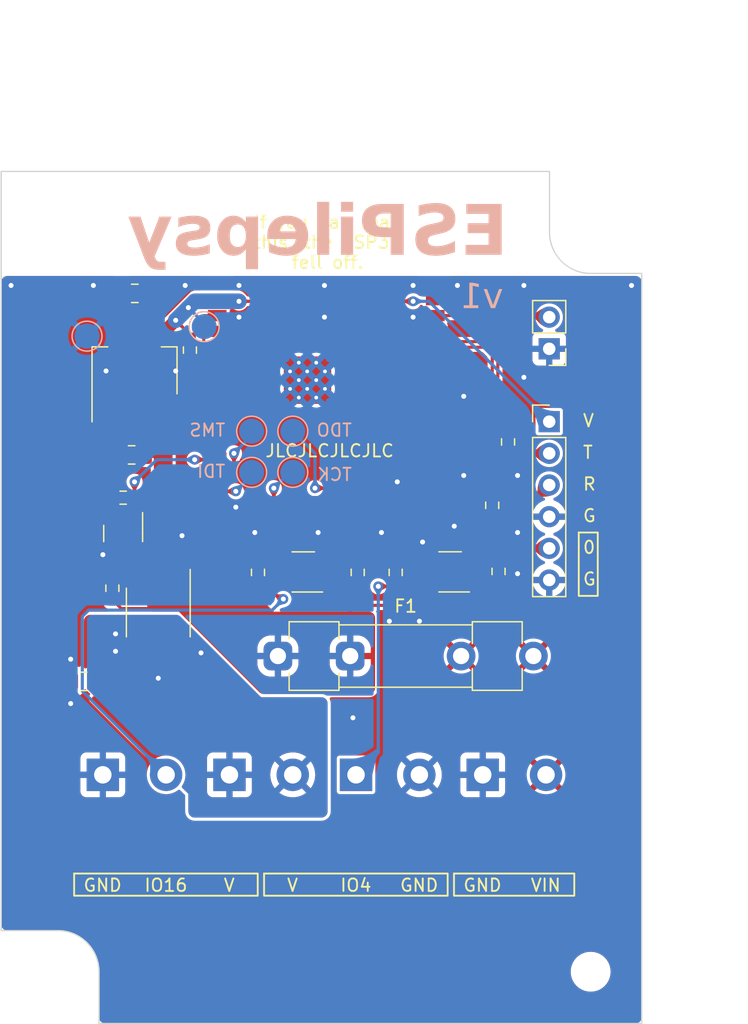
<source format=kicad_pcb>
(kicad_pcb (version 20221018) (generator pcbnew)
  (layers (0 "F.Cu" signal) (31 "B.Cu" signal) (34 "B.Paste" user) (35 "F.Paste" user) (36 "B.SilkS" user "B.Silkscreen") (37 "F.SilkS" user "F.Silkscreen") (38 "B.Mask" user) (39 "F.Mask" user) (44 "Edge.Cuts" user))
  (net 0 "")
  (net 1 "+3.3V")
  (net 2 "/TMS")
  (net 3 "GND")
  (net 4 "/TCK")
  (net 5 "/TDO")
  (net 6 "/TDI")
  (net 7 "/EN")
  (net 8 "+5V")
  (net 9 "/BTN_1")
  (net 10 "/IO0")
  (net 11 "/LED_POWER")
  (net 14 "/UART_TX")
  (net 15 "/UART_RX")
  (net 16 "/LED_5V")
  (net 17 "/LED_DATA_0_OUT")
  (net 18 "Net-(R6-Pad1)")
  (net 19 "/LED_DATA_1_OUT")
  (net 20 "/LED_DATA_0")
  (net 21 "Net-(R7-Pad1)")
  (net 22 "Net-(R8-Pad1)")
  (net 23 "Net-(R9-Pad1)")
  (net 24 "/LED_DATA_1")
  (net 25 "/VIN")
  (net 26 "Net-(Q1-D)")
  (net 27 "Net-(U3-RXD0{slash}IO3)")
  (net 28 "Net-(U3-TXD0{slash}IO1)")
  (footprint "Package_TO_SOT_SMD:SOT-23" (layer "F.Cu") (at 56.2375 78.0565 -90)
    (fp_text reference "Q1" hide)
    (fp_text value "BSS138" hide)
    (fp_line (start 0 -1.56) (end -1.675 -1.56) (stroke (width 0.12)) (layer "F.SilkS"))
    (fp_line (start 0 -1.56) (end 0.65 -1.56) (stroke (width 0.12)) (layer "F.SilkS"))
    (fp_line (start 0 1.56) (end -0.65 1.56) (stroke (width 0.12)) (layer "F.SilkS"))
    (fp_line (start 0 1.56) (end 0.65 1.56) (stroke (width 0.12)) (layer "F.SilkS"))
    (pad "1" smd roundrect (at -0.9375 -0.95 270) (size 1.475 0.6) (layers "F.Cu" "F.Paste" "F.Mask") (net 11 "/LED_POWER"))
    (pad "2" smd roundrect (at -0.9375 0.95 270) (size 1.475 0.6) (layers "F.Cu" "F.Paste" "F.Mask") (net 3 "GND"))
    (pad "3" smd roundrect (at 0.9375 0 270) (size 1.475 0.6) (layers "F.Cu" "F.Paste" "F.Mask") (net 26 "Net-(Q1-D)"))
  )
  (footprint "Fuse:Fuseholder_Clip-5x20mm_Littelfuse_520_Inline_P20.50x5.80mm_D1.30mm_Horizontal" (layer "F.Cu") (at 68.655 87.884)
    (fp_text reference "F1" (at 10.25 -4) (layer "F.SilkS"))
    (fp_text value "Fuse_Small")
    (fp_line (start 0.9 -2.75) (end 0.9 -1.4) (stroke (width 0.12)) (layer "F.SilkS"))
    (fp_line (start 0.9 2.75) (end 0.9 1.4) (stroke (width 0.12)) (layer "F.SilkS"))
    (fp_line (start 4.9 -2.75) (end 0.9 -2.75) (stroke (width 0.12)) (layer "F.SilkS"))
    (fp_line (start 4.9 -2.75) (end 4.9 -1.4) (stroke (width 0.12)) (layer "F.SilkS"))
    (fp_line (start 4.9 2.75) (end 0.9 2.75) (stroke (width 0.12)) (layer "F.SilkS"))
    (fp_line (start 4.9 2.75) (end 4.9 1.4) (stroke (width 0.12)) (layer "F.SilkS"))
    (fp_line (start 15.6 -2.75) (end 15.6 -1) (stroke (width 0.12)) (layer "F.SilkS"))
    (fp_line (start 15.6 -2.5) (end 4.9 -2.5) (stroke (width 0.12)) (layer "F.SilkS"))
    (fp_line (start 15.6 2.5) (end 4.9 2.5) (stroke (width 0.12)) (layer "F.SilkS"))
    (fp_line (start 15.6 2.75) (end 15.6 1) (stroke (width 0.12)) (layer "F.SilkS"))
    (fp_line (start 15.6 2.75) (end 19.6 2.75) (stroke (width 0.12)) (layer "F.SilkS"))
    (fp_line (start 19.6 -2.75) (end 15.6 -2.75) (stroke (width 0.12)) (layer "F.SilkS"))
    (fp_line (start 19.6 -1) (end 19.6 -2.75) (stroke (width 0.12)) (layer "F.SilkS"))
    (fp_line (start 19.6 1) (end 19.6 2.75) (stroke (width 0.12)) (layer "F.SilkS"))
    (pad "1" thru_hole roundrect (at 0 0) (size 2.3 2.3) (drill 1.3) (layers "*.Cu" "*.Mask") (net 8 "+5V"))
    (pad "1" thru_hole roundrect (at 5.8 0) (size 2.3 2.3) (drill 1.3) (layers "*.Cu" "*.Mask") (net 8 "+5V"))
    (pad "2" thru_hole circle (at 14.7 0) (size 2.3 2.3) (drill 1.3) (layers "*.Cu" "*.Mask") (net 25 "/VIN"))
    (pad "2" thru_hole circle (at 20.5 0) (size 2.3 2.3) (drill 1.3) (layers "*.Cu" "*.Mask") (net 25 "/VIN"))
  )
  (footprint "Library:TerminalBlock_MetzConnect_Type073_RT02602HBLU_1x02_P5.08mm_Horizontal_mod" (layer "F.Cu") (at 64.765 97.409)
    (fp_text reference "J3" hide)
    (fp_text value "Screw_Terminal_01x02")
    (pad "1" thru_hole rect (at 0 0) (size 2.6 2.6) (drill 1.4) (layers "*.Cu" "*.Mask") (net 16 "/LED_5V"))
    (pad "2" thru_hole circle (at 5.08 0) (size 2.6 2.6) (drill 1.4) (layers "*.Cu" "*.Mask") (net 16 "/LED_5V"))
  )
  (footprint "Resistor_SMD:R_0603_1608Metric_Pad0.98x0.95mm_HandSolder" (layer "F.Cu") (at 86.36 81.0965 90)
    (fp_text reference "R9" hide)
    (fp_text value "10k" hide)
    (fp_line (start -0.254724 -0.5225) (end 0.254724 -0.5225) (stroke (width 0.12)) (layer "F.SilkS"))
    (fp_line (start -0.254724 0.5225) (end 0.254724 0.5225) (stroke (width 0.12)) (layer "F.SilkS"))
    (pad "1" smd roundrect (at -0.9125 0 90) (size 0.975 0.95) (layers "F.Cu" "F.Paste" "F.Mask") (net 23 "Net-(R9-Pad1)"))
    (pad "2" smd roundrect (at 0.9125 0 90) (size 0.975 0.95) (layers "F.Cu" "F.Paste" "F.Mask") (net 3 "GND"))
  )
  (footprint "Library:TerminalBlock_MetzConnect_Type073_RT02602HBLU_1x02_P5.08mm_Horizontal_mod" (layer "F.Cu") (at 54.605 97.409)
    (fp_text reference "J2" hide)
    (fp_text value "Screw_Terminal_01x02")
    (pad "1" thru_hole rect (at 0 0) (size 2.6 2.6) (drill 1.4) (layers "*.Cu" "*.Mask") (net 3 "GND"))
    (pad "2" thru_hole circle (at 5.08 0) (size 2.6 2.6) (drill 1.4) (layers "*.Cu" "*.Mask") (net 17 "/LED_DATA_0_OUT"))
  )
  (footprint "Resistor_SMD:R_0603_1608Metric_Pad0.98x0.95mm_HandSolder" (layer "F.Cu") (at 75.057 81.1765 90)
    (fp_text reference "R8" hide)
    (fp_text value "10k" hide)
    (fp_line (start -0.254724 -0.5225) (end 0.254724 -0.5225) (stroke (width 0.12)) (layer "F.SilkS"))
    (fp_line (start -0.254724 0.5225) (end 0.254724 0.5225) (stroke (width 0.12)) (layer "F.SilkS"))
    (pad "1" smd roundrect (at -0.9125 0 90) (size 0.975 0.95) (layers "F.Cu" "F.Paste" "F.Mask") (net 22 "Net-(R8-Pad1)"))
    (pad "2" smd roundrect (at 0.9125 0 90) (size 0.975 0.95) (layers "F.Cu" "F.Paste" "F.Mask") (net 3 "GND"))
  )
  (footprint "Capacitor_SMD:C_0805_2012Metric_Pad1.18x1.45mm_HandSolder" (layer "F.Cu") (at 56.9175 71.755 180)
    (fp_text reference "C2" hide)
    (fp_text value "10u" hide)
    (fp_line (start -0.261252 -0.735) (end 0.261252 -0.735) (stroke (width 0.12)) (layer "F.SilkS"))
    (fp_line (start -0.261252 0.735) (end 0.261252 0.735) (stroke (width 0.12)) (layer "F.SilkS"))
    (pad "1" smd roundrect (at -1.0375 0 180) (size 1.175 1.45) (layers "F.Cu" "F.Paste" "F.Mask") (roundrect_rratio 0.2127659574) (net 8 "+5V"))
    (pad "2" smd roundrect (at 1.0375 0 180) (size 1.175 1.45) (layers "F.Cu" "F.Paste" "F.Mask") (roundrect_rratio 0.2127659574) (net 3 "GND"))
  )
  (footprint "Capacitor_SMD:C_0805_2012Metric_Pad1.18x1.45mm_HandSolder" (layer "F.Cu") (at 57.1715 58.801 180)
    (fp_text reference "C1" hide)
    (fp_text value "10u" hide)
    (fp_line (start -0.261252 -0.735) (end 0.261252 -0.735) (stroke (width 0.12)) (layer "F.SilkS"))
    (fp_line (start -0.261252 0.735) (end 0.261252 0.735) (stroke (width 0.12)) (layer "F.SilkS"))
    (pad "1" smd roundrect (at -1.0375 0 180) (size 1.175 1.45) (layers "F.Cu" "F.Paste" "F.Mask") (roundrect_rratio 0.2127659574) (net 1 "+3.3V"))
    (pad "2" smd roundrect (at 1.0375 0 180) (size 1.175 1.45) (layers "F.Cu" "F.Paste" "F.Mask") (roundrect_rratio 0.2127659574) (net 3 "GND"))
  )
  (footprint "MountingHole:MountingHole_2.7mm_M2.5" (layer "F.Cu") (at 93.75 113.2)
    (fp_text reference "H2" hide)
    (fp_text value "MountingHole" hide)
    (pad "" np_thru_hole circle (at 0 0) (size 2.7 2.7) (drill 2.7) (layers "*.Cu" "*.Mask"))
  )
  (footprint "Resistor_SMD:R_0603_1608Metric_Pad0.98x0.95mm_HandSolder" (layer "F.Cu") (at 67.056 81.1765 -90)
    (fp_text reference "R7" hide)
    (fp_text value "100" hide)
    (fp_line (start -0.254724 -0.5225) (end 0.254724 -0.5225) (stroke (width 0.12)) (layer "F.SilkS"))
    (fp_line (start -0.254724 0.5225) (end 0.254724 0.5225) (stroke (width 0.12)) (layer "F.SilkS"))
    (pad "1" smd roundrect (at -0.9125 0 270) (size 0.975 0.95) (layers "F.Cu" "F.Paste" "F.Mask") (net 21 "Net-(R7-Pad1)"))
    (pad "2" smd roundrect (at 0.9125 0 270) (size 0.975 0.95) (layers "F.Cu" "F.Paste" "F.Mask") (net 17 "/LED_DATA_0_OUT"))
  )
  (footprint "Library:ESP32-WROOM-32D-JLCPCB" (layer "F.Cu") (at 72.53 66.289)
    (fp_text reference "U3" hide)
    (fp_text value "ESP32-WROOM-32D" hide)
    (pad "1" smd rect (at -8.75 -8.25) (size 1.5 0.9) (layers "F.Cu" "F.Paste" "F.Mask") (net 3 "GND"))
    (pad "2" smd rect (at -8.75 -6.98) (size 1.5 0.9) (layers "F.Cu" "F.Paste" "F.Mask") (net 1 "+3.3V"))
    (pad "3" smd rect (at -8.75 -5.71) (size 1.5 0.9) (layers "F.Cu" "F.Paste" "F.Mask") (net 7 "/EN"))
    (pad "4" smd rect (at -8.75 -4.44) (size 1.5 0.9) (layers "F.Cu" "F.Paste" "F.Mask"))
    (pad "5" smd rect (at -8.75 -3.17) (size 1.5 0.9) (layers "F.Cu" "F.Paste" "F.Mask"))
    (pad "6" smd rect (at -8.75 -1.9) (size 1.5 0.9) (layers "F.Cu" "F.Paste" "F.Mask"))
    (pad "7" smd rect (at -8.75 -0.63) (size 1.5 0.9) (layers "F.Cu" "F.Paste" "F.Mask"))
    (pad "8" smd rect (at -8.75 0.64) (size 1.5 0.9) (layers "F.Cu" "F.Paste" "F.Mask"))
    (pad "9" smd rect (at -8.75 1.91) (size 1.5 0.9) (layers "F.Cu" "F.Paste" "F.Mask"))
    (pad "10" smd rect (at -8.75 3.18) (size 1.5 0.9) (layers "F.Cu" "F.Paste" "F.Mask"))
    (pad "11" smd rect (at -8.75 4.45) (size 1.5 0.9) (layers "F.Cu" "F.Paste" "F.Mask"))
    (pad "12" smd rect (at -8.75 5.72) (size 1.5 0.9) (layers "F.Cu" "F.Paste" "F.Mask") (net 11 "/LED_POWER"))
    (pad "13" smd rect (at -8.75 6.99) (size 1.5 0.9) (layers "F.Cu" "F.Paste" "F.Mask") (net 2 "/TMS"))
    (pad "14" smd rect (at -8.75 8.26) (size 1.5 0.9) (layers "F.Cu" "F.Paste" "F.Mask") (net 6 "/TDI"))
    (pad "15" smd rect (at -5.71 9.51 90) (size 1.5 0.9) (layers "F.Cu" "F.Paste" "F.Mask") (net 3 "GND"))
    (pad "16" smd rect (at -4.44 9.51 90) (size 1.5 0.9) (layers "F.Cu" "F.Paste" "F.Mask") (net 4 "/TCK"))
    (pad "17" smd rect (at -3.17 9.51 90) (size 1.5 0.9) (layers "F.Cu" "F.Paste" "F.Mask"))
    (pad "18" smd rect (at -1.9 9.51 90) (size 1.5 0.9) (layers "F.Cu" "F.Paste" "F.Mask"))
    (pad "19" smd rect (at -0.63 9.51 90) (size 1.5 0.9) (layers "F.Cu" "F.Paste" "F.Mask"))
    (pad "20" smd rect (at 0.64 9.51 90) (size 1.5 0.9) (layers "F.Cu" "F.Paste" "F.Mask"))
    (pad "21" smd rect (at 1.91 9.51 90) (size 1.5 0.9) (layers "F.Cu" "F.Paste" "F.Mask"))
    (pad "22" smd rect (at 3.18 9.51 90) (size 1.5 0.9) (layers "F.Cu" "F.Paste" "F.Mask"))
    (pad "23" smd rect (at 4.45 9.51 90) (size 1.5 0.9) (layers "F.Cu" "F.Paste" "F.Mask") (net 5 "/TDO"))
    (pad "24" smd rect (at 5.72 9.51 90) (size 1.5 0.9) (layers "F.Cu" "F.Paste" "F.Mask"))
    (pad "25" smd rect (at 8.75 8.26) (size 1.5 0.9) (layers "F.Cu" "F.Paste" "F.Mask") (net 10 "/IO0"))
    (pad "26" smd rect (at 8.75 6.99) (size 1.5 0.9) (layers "F.Cu" "F.Paste" "F.Mask") (net 24 "/LED_DATA_1"))
    (pad "27" smd rect (at 8.75 5.72) (size 1.5 0.9) (layers "F.Cu" "F.Paste" "F.Mask") (net 20 "/LED_DATA_0"))
    (pad "28" smd rect (at 8.75 4.45) (size 1.5 0.9) (layers "F.Cu" "F.Paste" "F.Mask"))
    (pad "29" smd rect (at 8.75 3.18) (size 1.5 0.9) (layers "F.Cu" "F.Paste" "F.Mask"))
    (pad "30" smd rect (at 8.75 1.91) (size 1.5 0.9) (layers "F.Cu" "F.Paste" "F.Mask"))
    (pad "31" smd rect (at 8.75 0.64) (size 1.5 0.9) (layers "F.Cu" "F.Paste" "F.Mask"))
    (pad "32" smd rect (at 8.75 -0.63) (size 1.5 0.9) (layers "F.Cu" "F.Paste" "F.Mask"))
    (pad "33" smd rect (at 8.75 -1.9) (size 1.5 0.9) (layers "F.Cu" "F.Paste" "F.Mask"))
    (pad "34" smd rect (at 8.75 -3.17) (size 1.5 0.9) (layers "F.Cu" "F.Paste" "F.Mask") (net 27 "Net-(U3-RXD0{slash}IO3)"))
    (pad "35" smd rect (at 8.75 -4.44) (size 1.5 0.9) (layers "F.Cu" "F.Paste" "F.Mask") (net 28 "Net-(U3-TXD0{slash}IO1)"))
    (pad "36" smd rect (at 8.75 -5.71) (size 1.5 0.9) (layers "F.Cu" "F.Paste" "F.Mask") (net 9 "/BTN_1"))
    (pad "37" smd rect (at 8.75 -6.98) (size 1.5 0.9) (layers "F.Cu" "F.Paste" "F.Mask"))
    (pad "38" smd rect (at 8.75 -8.25) (size 1.5 0.9) (layers "F.Cu" "F.Paste" "F.Mask") (net 3 "GND"))
    (pad "39" smd rect (at -2.9 -1.93) (size 0.9 0.9) (layers "F.Cu" "F.Paste") (net 3 "GND"))
    (pad "39" thru_hole circle (at -2.9 -1.23) (size 0.6 0.6) (drill 0.3) (property pad_prop_heatsink) (layers "*.Cu" "F.Mask") (net 3 "GND"))
    (pad "39" smd rect (at -2.9 -0.53) (size 0.9 0.9) (layers "F.Cu" "F.Paste") (net 3 "GND"))
    (pad "39" thru_hole circle (at -2.9 0.17) (size 0.6 0.6) (drill 0.3) (property pad_prop_heatsink) (layers "*.Cu" "F.Mask") (net 3 "GND"))
    (pad "39" smd rect (at -2.9 0.87) (size 0.9 0.9) (layers "F.Cu" "F.Paste") (net 3 "GND"))
    (pad "39" thru_hole circle (at -2.2 -1.93) (size 0.6 0.6) (drill 0.3) (property pad_prop_heatsink) (layers "*.Cu" "F.Mask") (net 3 "GND"))
    (pad "39" thru_hole circle (at -2.2 -0.53) (size 0.6 0.6) (drill 0.3) (property pad_prop_heatsink) (layers "*.Cu" "F.Mask") (net 3 "GND"))
    (pad "39" thru_hole circle (at -2.2 0.87) (size 0.6 0.6) (drill 0.3) (property pad_prop_heatsink) (layers "*.Cu" "F.Mask") (net 3 "GND"))
    (pad "39" thru_hole circle (at -1.525 -1.23) (size 0.6 0.6) (drill 0.3) (property pad_prop_heatsink) (layers "*.Cu" "F.Mask") (net 3 "GND"))
    (pad "39" thru_hole circle (at -1.525 0.17) (size 0.6 0.6) (drill 0.3) (property pad_prop_heatsink) (layers "*.Cu" "F.Mask") (net 3 "GND"))
    (pad "39" smd rect (at -1.5 -1.93) (size 0.9 0.9) (layers "F.Cu" "F.Paste") (net 3 "GND"))
    (pad "39" smd rect (at -1.5 -0.53) (size 0.9 0.9) (layers "F.Cu" "F.Paste") (net 3 "GND"))
    (pad "39" smd rect (at -1.5 -0.53) (size 3.8 3.8) (layers "F.Cu" "F.Mask") (net 3 "GND"))
    (pad "39" smd rect (at -1.5 0.87) (size 0.9 0.9) (layers "F.Cu" "F.Paste") (net 3 "GND"))
    (pad "39" thru_hole circle (at -0.8 -1.93) (size 0.6 0.6) (drill 0.3) (property pad_prop_heatsink) (layers "*.Cu" "F.Mask") (net 3 "GND"))
    (pad "39" thru_hole circle (at -0.8 -0.53) (size 0.6 0.6) (drill 0.3) (property pad_prop_heatsink) (layers "*.Cu" "F.Mask") (net 3 "GND"))
    (pad "39" thru_hole circle (at -0.8 0.87) (size 0.6 0.6) (drill 0.3) (property pad_prop_heatsink) (layers "*.Cu" "F.Mask") (net 3 "GND"))
    (pad "39" smd rect (at -0.1 -1.93) (size 0.9 0.9) (layers "F.Cu" "F.Paste") (net 3 "GND"))
    (pad "39" thru_hole circle (at -0.1 -1.23) (size 0.6 0.6) (drill 0.3) (property pad_prop_heatsink) (layers "*.Cu" "F.Mask") (net 3 "GND"))
    (pad "39" smd rect (at -0.1 -0.53) (size 0.9 0.9) (layers "F.Cu" "F.Paste") (net 3 "GND"))
    (pad "39" thru_hole circle (at -0.1 0.17) (size 0.6 0.6) (drill 0.3) (property pad_prop_heatsink) (layers "*.Cu" "F.Mask") (net 3 "GND"))
    (pad "39" smd rect (at -0.1 0.87) (size 0.9 0.9) (layers "F.Cu" "F.Paste") (net 3 "GND"))
    (zone (net 0) (net_name "") (layers "*.Cu") (connect_pads (clearance 0)) (min_thickness 0.254)
      (keepout (tracks not_allowed) (vias not_allowed) (pads not_allowed) (copperpour not_allowed) (footprints allowed))
      (fill (thermal_gap 0.508) (thermal_bridge_width 0.508))
      (polygon (pts (xy 48.53 56.739) (xy 96.53 56.739) (xy 96.53 35.549) (xy 48.53 35.549)))
    )
  )
  (footprint "Package_TO_SOT_SMD:SOT-223-3_TabPin2" (layer "F.Cu") (at 57.15 64.999 90)
    (fp_text reference "U1" hide)
    (fp_text value "NCP1117-3.3_SOT223" hide)
    (fp_line (start -4.1 -3.41) (end 1.91 -3.41) (stroke (width 0.12)) (layer "F.SilkS"))
    (fp_line (start -1.85 3.41) (end 1.91 3.41) (stroke (width 0.12)) (layer "F.SilkS"))
    (fp_line (start 1.91 -3.41) (end 1.91 -2.15) (stroke (width 0.12)) (layer "F.SilkS"))
    (fp_line (start 1.91 3.41) (end 1.91 2.15) (stroke (width 0.12)) (layer "F.SilkS"))
    (pad "1" smd rect (at -3.15 -2.3 90) (size 2 1.5) (layers "F.Cu" "F.Paste" "F.Mask") (net 3 "GND"))
    (pad "2" smd rect (at -3.15 0 90) (size 2 1.5) (layers "F.Cu" "F.Paste" "F.Mask") (net 1 "+3.3V"))
    (pad "2" smd rect (at 3.15 0 90) (size 2 3.8) (layers "F.Cu" "F.Paste" "F.Mask") (net 1 "+3.3V"))
    (pad "3" smd rect (at -3.15 2.3 90) (size 2 1.5) (layers "F.Cu" "F.Paste" "F.Mask") (net 8 "+5V"))
  )
  (footprint "Connector_PinHeader_2.54mm:PinHeader_1x06_P2.54mm_Vertical" (layer "F.Cu") (at 90.424 69.088)
    (fp_text reference "J1" hide)
    (fp_text value "Conn_01x06" hide)
    (fp_line (start -1.33 -1.33) (end 0 -1.33) (stroke (width 0.12)) (layer "F.SilkS"))
    (fp_line (start -1.33 0) (end -1.33 -1.33) (stroke (width 0.12)) (layer "F.SilkS"))
    (fp_line (start -1.33 1.27) (end -1.33 14.03) (stroke (width 0.12)) (layer "F.SilkS"))
    (fp_line (start -1.33 1.27) (end 1.33 1.27) (stroke (width 0.12)) (layer "F.SilkS"))
    (fp_line (start -1.33 14.03) (end 1.33 14.03) (stroke (width 0.12)) (layer "F.SilkS"))
    (fp_line (start 1.33 1.27) (end 1.33 14.03) (stroke (width 0.12)) (layer "F.SilkS"))
    (pad "1" thru_hole rect (at 0 0) (size 1.7 1.7) (drill 1) (layers "*.Cu" "*.Mask") (net 1 "+3.3V"))
    (pad "2" thru_hole oval (at 0 2.54) (size 1.7 1.7) (drill 1) (layers "*.Cu" "*.Mask") (net 14 "/UART_TX"))
    (pad "3" thru_hole oval (at 0 5.08) (size 1.7 1.7) (drill 1) (layers "*.Cu" "*.Mask") (net 15 "/UART_RX"))
    (pad "4" thru_hole oval (at 0 7.62) (size 1.7 1.7) (drill 1) (layers "*.Cu" "*.Mask") (net 3 "GND"))
    (pad "5" thru_hole oval (at 0 10.16) (size 1.7 1.7) (drill 1) (layers "*.Cu" "*.Mask") (net 10 "/IO0"))
    (pad "6" thru_hole oval (at 0 12.7) (size 1.7 1.7) (drill 1) (layers "*.Cu" "*.Mask") (net 3 "GND"))
  )
  (footprint "Package_TO_SOT_SMD:SOT-23-5_HandSoldering" (layer "F.Cu") (at 70.692 81.139 180)
    (fp_text reference "U4" hide)
    (fp_text value "M74VHC1GT50" hide)
    (fp_line (start -0.9 1.61) (end 0.9 1.61) (stroke (width 0.12)) (layer "F.SilkS"))
    (fp_line (start 0.9 -1.61) (end -1.55 -1.61) (stroke (width 0.12)) (layer "F.SilkS"))
    (pad "1" smd rect (at -1.35 -0.95 180) (size 1.56 0.65) (layers "F.Cu" "F.Paste" "F.Mask") (net 22 "Net-(R8-Pad1)"))
    (pad "2" smd rect (at -1.35 0 180) (size 1.56 0.65) (layers "F.Cu" "F.Paste" "F.Mask") (net 20 "/LED_DATA_0"))
    (pad "3" smd rect (at -1.35 0.95 180) (size 1.56 0.65) (layers "F.Cu" "F.Paste" "F.Mask") (net 3 "GND"))
    (pad "4" smd rect (at 1.35 0.95 180) (size 1.56 0.65) (layers "F.Cu" "F.Paste" "F.Mask") (net 21 "Net-(R7-Pad1)"))
    (pad "5" smd rect (at 1.35 -0.95 180) (size 1.56 0.65) (layers "F.Cu" "F.Paste" "F.Mask") (net 8 "+5V"))
  )
  (footprint "Resistor_SMD:R_0603_1608Metric_Pad0.98x0.95mm_HandSolder" (layer "F.Cu") (at 56.2375 75.184 180)
    (fp_text reference "R4" hide)
    (fp_text value "10k" hide)
    (fp_line (start -0.254724 -0.5225) (end 0.254724 -0.5225) (stroke (width 0.12)) (layer "F.SilkS"))
    (fp_line (start -0.254724 0.5225) (end 0.254724 0.5225) (stroke (width 0.12)) (layer "F.SilkS"))
    (pad "1" smd roundrect (at -0.9125 0 180) (size 0.975 0.95) (layers "F.Cu" "F.Paste" "F.Mask") (net 11 "/LED_POWER"))
    (pad "2" smd roundrect (at 0.9125 0 180) (size 0.975 0.95) (layers "F.Cu" "F.Paste" "F.Mask") (net 3 "GND"))
  )
  (footprint "Resistor_SMD:R_0603_1608Metric_Pad0.98x0.95mm_HandSolder" (layer "F.Cu") (at 55.372 82.4465 90)
    (fp_text reference "R5" hide)
    (fp_text value "10k" hide)
    (fp_line (start -0.254724 -0.5225) (end 0.254724 -0.5225) (stroke (width 0.12)) (layer "F.SilkS"))
    (fp_line (start -0.254724 0.5225) (end 0.254724 0.5225) (stroke (width 0.12)) (layer "F.SilkS"))
    (pad "1" smd roundrect (at -0.9125 0 90) (size 0.975 0.95) (layers "F.Cu" "F.Paste" "F.Mask") (net 8 "+5V"))
    (pad "2" smd roundrect (at 0.9125 0 90) (size 0.975 0.95) (layers "F.Cu" "F.Paste" "F.Mask") (net 26 "Net-(Q1-D)"))
  )
  (footprint "Capacitor_SMD:C_0805_2012Metric_Pad1.18x1.45mm_HandSolder" (layer "F.Cu") (at 53.0645 89.916 180)
    (fp_text reference "C3" hide)
    (fp_text value "10u" hide)
    (fp_line (start -0.261252 -0.735) (end 0.261252 -0.735) (stroke (width 0.12)) (layer "F.SilkS"))
    (fp_line (start -0.261252 0.735) (end 0.261252 0.735) (stroke (width 0.12)) (layer "F.SilkS"))
    (pad "1" smd roundrect (at -1.0375 0 180) (size 1.175 1.45) (layers "F.Cu" "F.Paste" "F.Mask") (roundrect_rratio 0.2127659574) (net 16 "/LED_5V"))
    (pad "2" smd roundrect (at 1.0375 0 180) (size 1.175 1.45) (layers "F.Cu" "F.Paste" "F.Mask") (roundrect_rratio 0.2127659574) (net 3 "GND"))
  )
  (footprint "Library:TerminalBlock_MetzConnect_Type073_RT02602HBLU_1x02_P5.08mm_Horizontal_mod" (layer "F.Cu") (at 85.09 97.409)
    (fp_text reference "J5" hide)
    (fp_text value "Screw_Terminal_01x02")
    (pad "1" thru_hole rect (at 0 0) (size 2.6 2.6) (drill 1.4) (layers "*.Cu" "*.Mask") (net 3 "GND"))
    (pad "2" thru_hole circle (at 5.08 0) (size 2.6 2.6) (drill 1.4) (layers "*.Cu" "*.Mask") (net 25 "/VIN"))
  )
  (footprint "Resistor_SMD:R_0603_1608Metric_Pad0.98x0.95mm_HandSolder" (layer "F.Cu") (at 61.595 63.3495 90)
    (fp_text reference "R1" hide)
    (fp_text value "10k" hide)
    (fp_line (start -0.254724 -0.5225) (end 0.254724 -0.5225) (stroke (width 0.12)) (layer "F.SilkS"))
    (fp_line (start -0.254724 0.5225) (end 0.254724 0.5225) (stroke (width 0.12)) (layer "F.SilkS"))
    (pad "1" smd roundrect (at -0.9125 0 90) (size 0.975 0.95) (layers "F.Cu" "F.Paste" "F.Mask") (net 7 "/EN"))
    (pad "2" smd roundrect (at 0.9125 0 90) (size 0.975 0.95) (layers "F.Cu" "F.Paste" "F.Mask") (net 1 "+3.3V"))
  )
  (footprint "Package_TO_SOT_SMD:SOT-23-5_HandSoldering" (layer "F.Cu") (at 82.47 81.134 180)
    (fp_text reference "U2" hide)
    (fp_text value "M74VHC1GT50" hide)
    (fp_line (start -0.9 1.61) (end 0.9 1.61) (stroke (width 0.12)) (layer "F.SilkS"))
    (fp_line (start 0.9 -1.61) (end -1.55 -1.61) (stroke (width 0.12)) (layer "F.SilkS"))
    (pad "1" smd rect (at -1.35 -0.95 180) (size 1.56 0.65) (layers "F.Cu" "F.Paste" "F.Mask") (net 23 "Net-(R9-Pad1)"))
    (pad "2" smd rect (at -1.35 0 180) (size 1.56 0.65) (layers "F.Cu" "F.Paste" "F.Mask") (net 24 "/LED_DATA_1"))
    (pad "3" smd rect (at -1.35 0.95 180) (size 1.56 0.65) (layers "F.Cu" "F.Paste" "F.Mask") (net 3 "GND"))
    (pad "4" smd rect (at 1.35 0.95 180) (size 1.56 0.65) (layers "F.Cu" "F.Paste" "F.Mask") (net 18 "Net-(R6-Pad1)"))
    (pad "5" smd rect (at 1.35 -0.95 180) (size 1.56 0.65) (layers "F.Cu" "F.Paste" "F.Mask") (net 8 "+5V"))
  )
  (footprint "MountingHole:MountingHole_2.7mm_M2.5" (layer "F.Cu") (at 51 53.9)
    (fp_text reference "H1" hide)
    (fp_text value "MountingHole" hide)
    (pad "" np_thru_hole circle (at 0 0) (size 2.7 2.7) (drill 2.7) (layers "*.Cu" "*.Mask"))
  )
  (footprint "Resistor_SMD:R_0603_1608Metric_Pad0.98x0.95mm_HandSolder" (layer "F.Cu") (at 85.852 75.7955 -90)
    (fp_text reference "R10" hide)
    (fp_text value "100" hide)
    (fp_line (start -0.254724 -0.5225) (end 0.254724 -0.5225) (stroke (width 0.12)) (layer "F.SilkS"))
    (fp_line (start -0.254724 0.5225) (end 0.254724 0.5225) (stroke (width 0.12)) (layer "F.SilkS"))
    (pad "1" smd roundrect (at -0.9125 0 270) (size 0.975 0.95) (layers "F.Cu" "F.Paste" "F.Mask") (net 27 "Net-(U3-RXD0{slash}IO3)"))
    (pad "2" smd roundrect (at 0.9125 0 270) (size 0.975 0.95) (layers "F.Cu" "F.Paste" "F.Mask") (net 15 "/UART_RX"))
  )
  (footprint "Package_SO:SOIC-8_3.9x4.9mm_P1.27mm" (layer "F.Cu") (at 59.055 84.393 -90)
    (fp_text reference "Q2" hide)
    (fp_text value "IRF9310" hide)
    (fp_line (start 0 -2.56) (end -3.45 -2.56) (stroke (width 0.12)) (layer "F.SilkS"))
    (fp_line (start 0 -2.56) (end 1.95 -2.56) (stroke (width 0.12)) (layer "F.SilkS"))
    (fp_line (start 0 2.56) (end -1.95 2.56) (stroke (width 0.12)) (layer "F.SilkS"))
    (fp_line (start 0 2.56) (end 1.95 2.56) (stroke (width 0.12)) (layer "F.SilkS"))
    (pad "1" smd roundrect (at -2.475 -1.905 270) (size 1.95 0.6) (layers "F.Cu" "F.Paste" "F.Mask") (net 8 "+5V"))
    (pad "2" smd roundrect (at -2.475 -0.635 270) (size 1.95 0.6) (layers "F.Cu" "F.Paste" "F.Mask") (net 8 "+5V"))
    (pad "3" smd roundrect (at -2.475 0.635 270) (size 1.95 0.6) (layers "F.Cu" "F.Paste" "F.Mask") (net 8 "+5V"))
    (pad "4" smd roundrect (at -2.475 1.905 270) (size 1.95 0.6) (layers "F.Cu" "F.Paste" "F.Mask") (net 26 "Net-(Q1-D)"))
    (pad "5" smd roundrect (at 2.475 1.905 270) (size 1.95 0.6) (layers "F.Cu" "F.Paste" "F.Mask") (net 16 "/LED_5V"))
    (pad "6" smd roundrect (at 2.475 0.635 270) (size 1.95 0.6) (layers "F.Cu" "F.Paste" "F.Mask") (net 16 "/LED_5V"))
    (pad "7" smd roundrect (at 2.475 -0.635 270) (size 1.95 0.6) (layers "F.Cu" "F.Paste" "F.Mask") (net 16 "/LED_5V"))
    (pad "8" smd roundrect (at 2.475 -1.905 270) (size 1.95 0.6) (layers "F.Cu" "F.Paste" "F.Mask") (net 16 "/LED_5V"))
  )
  (footprint "Library:TerminalBlock_MetzConnect_Type073_RT02602HBLU_1x02_P5.08mm_Horizontal_mod" (layer "F.Cu") (at 74.925 97.409)
    (fp_text reference "J4" hide)
    (fp_text value "Screw_Terminal_01x02")
    (pad "1" thru_hole rect (at 0 0) (size 2.6 2.6) (drill 1.4) (layers "*.Cu" "*.Mask") (net 19 "/LED_DATA_1_OUT"))
    (pad "2" thru_hole circle (at 5.08 0) (size 2.6 2.6) (drill 1.4) (layers "*.Cu" "*.Mask") (net 3 "GND"))
  )
  (footprint "Connector_PinHeader_2.54mm:PinHeader_1x02_P2.54mm_Vertical" (layer "F.Cu") (at 90.424 63.246 180)
    (fp_text reference "J6" hide)
    (fp_text value "Conn_01x02_Pin")
    (fp_line (start -1.33 -1.33) (end 0 -1.33) (stroke (width 0.12)) (layer "F.SilkS"))
    (fp_line (start -1.33 0) (end -1.33 -1.33) (stroke (width 0.12)) (layer "F.SilkS"))
    (fp_line (start -1.33 1.27) (end -1.33 3.87) (stroke (width 0.12)) (layer "F.SilkS"))
    (fp_line (start -1.33 1.27) (end 1.33 1.27) (stroke (width 0.12)) (layer "F.SilkS"))
    (fp_line (start -1.33 3.87) (end 1.33 3.87) (stroke (width 0.12)) (layer "F.SilkS"))
    (fp_line (start 1.33 1.27) (end 1.33 3.87) (stroke (width 0.12)) (layer "F.SilkS"))
    (pad "1" thru_hole rect (at 0 0 180) (size 1.7 1.7) (drill 1) (layers "*.Cu" "*.Mask") (net 3 "GND"))
    (pad "2" thru_hole oval (at 0 2.54 180) (size 1.7 1.7) (drill 1) (layers "*.Cu" "*.Mask") (net 9 "/BTN_1"))
  )
  (footprint "Resistor_SMD:R_0603_1608Metric_Pad0.98x0.95mm_HandSolder" (layer "F.Cu") (at 78.105 81.1765 -90)
    (fp_text reference "R6" hide)
    (fp_text value "100" hide)
    (fp_line (start -0.254724 -0.5225) (end 0.254724 -0.5225) (stroke (width 0.12)) (layer "F.SilkS"))
    (fp_line (start -0.254724 0.5225) (end 0.254724 0.5225) (stroke (width 0.12)) (layer "F.SilkS"))
    (pad "1" smd roundrect (at -0.9125 0 270) (size 0.975 0.95) (layers "F.Cu" "F.Paste" "F.Mask") (net 18 "Net-(R6-Pad1)"))
    (pad "2" smd roundrect (at 0.9125 0 270) (size 0.975 0.95) (layers "F.Cu" "F.Paste" "F.Mask") (net 19 "/LED_DATA_1_OUT"))
  )
  (footprint "Resistor_SMD:R_0603_1608Metric_Pad0.98x0.95mm_HandSolder" (layer "F.Cu") (at 87.122 70.7155 -90)
    (fp_text reference "R11" hide)
    (fp_text value "100" hide)
    (fp_line (start -0.254724 -0.5225) (end 0.254724 -0.5225) (stroke (width 0.12)) (layer "F.SilkS"))
    (fp_line (start -0.254724 0.5225) (end 0.254724 0.5225) (stroke (width 0.12)) (layer "F.SilkS"))
    (pad "1" smd roundrect (at -0.9125 0 270) (size 0.975 0.95) (layers "F.Cu" "F.Paste" "F.Mask") (net 28 "Net-(U3-TXD0{slash}IO1)"))
    (pad "2" smd roundrect (at 0.9125 0 270) (size 0.975 0.95) (layers "F.Cu" "F.Paste" "F.Mask") (net 14 "/UART_TX"))
  )
  (footprint "TestPoint:TestPoint_Pad_D2.0mm" (layer "B.Cu") (at 62.738 61.468 180)
    (fp_text reference "TP1" hide)
    (fp_text value "TestPoint")
    (fp_circle (center 0 0) (end 0 -1.2) (stroke (width 0.12)) (fill none) (layer "B.SilkS"))
    (pad "1" smd circle (at 0 0 180) (size 2 2) (layers "B.Cu" "B.Mask") (net 1 "+3.3V"))
  )
  (footprint "TestPoint:TestPoint_Pad_D2.0mm" (layer "B.Cu") (at 69.85 69.85 180)
    (fp_text reference "TP5" hide)
    (fp_text value "TestPoint")
    (fp_circle (center 0 0) (end 0 -1.2) (stroke (width 0.12)) (fill none) (layer "B.SilkS"))
    (pad "1" smd circle (at 0 0 180) (size 2 2) (layers "B.Cu" "B.Mask") (net 5 "/TDO"))
  )
  (footprint "TestPoint:TestPoint_Pad_D2.0mm" (layer "B.Cu") (at 66.548 73.152 180)
    (fp_text reference "TP3" hide)
    (fp_text value "TestPoint")
    (fp_circle (center 0 0) (end 0 -1.2) (stroke (width 0.12)) (fill none) (layer "B.SilkS"))
    (pad "1" smd circle (at 0 0 180) (size 2 2) (layers "B.Cu" "B.Mask") (net 6 "/TDI"))
  )
  (footprint "TestPoint:TestPoint_Pad_D2.0mm" (layer "B.Cu") (at 53.34 62.23 180)
    (fp_text reference "TP6" hide)
    (fp_text value "TestPoint")
    (fp_circle (center 0 0) (end 0 -1.2) (stroke (width 0.12)) (fill none) (layer "B.SilkS"))
    (pad "1" smd circle (at 0 0 180) (size 2 2) (layers "B.Cu" "B.Mask") (net 3 "GND"))
  )
  (footprint "TestPoint:TestPoint_Pad_D2.0mm" (layer "B.Cu") (at 69.85 73.152 180)
    (fp_text reference "TP4" hide)
    (fp_text value "TestPoint")
    (fp_circle (center 0 0) (end 0 -1.2) (stroke (width 0.12)) (fill none) (layer "B.SilkS"))
    (pad "1" smd circle (at 0 0 180) (size 2 2) (layers "B.Cu" "B.Mask") (net 4 "/TCK"))
  )
  (footprint "TestPoint:TestPoint_Pad_D2.0mm" (layer "B.Cu") (at 66.548 69.85 180)
    (fp_text reference "TP2" hide)
    (fp_text value "TestPoint")
    (fp_circle (center 0 0) (end 0 -1.2) (stroke (width 0.12)) (fill none) (layer "B.SilkS"))
    (pad "1" smd circle (at 0 0 180) (size 2 2) (layers "B.Cu" "B.Mask") (net 2 "/TMS"))
  )
  (gr_rect (start 92.796 77.978) (end 94.32 83.058) (stroke (width 0.15)) (fill none) (layer "F.SilkS"))
  (gr_rect (start 67.544 105.326) (end 82.276 107.104) (stroke (width 0.15)) (fill none) (layer "F.SilkS"))
  (gr_rect (start 82.784 105.326) (end 92.436 107.104) (stroke (width 0.15)) (fill none) (layer "F.SilkS"))
  (gr_rect (start 52.304 105.326) (end 67.036 107.104) (stroke (width 0.15)) (fill none) (layer "F.SilkS"))
  (gr_line (start 93.75 57.2) (end 97.85 57.2) (stroke (width 0.1)) (layer "Edge.Cuts"))
  (gr_line (start 51 109.9) (end 46.45 109.9) (stroke (width 0.1)) (layer "Edge.Cuts"))
  (gr_line (start 97.85 57.2) (end 97.85 117.348) (stroke (width 0.1)) (layer "Edge.Cuts"))
  (gr_arc (start 93.75 57.2) (mid 91.416548 56.233452) (end 90.45 53.9) (stroke (width 0.1)) (layer "Edge.Cuts"))
  (gr_line (start 46.45 109.9) (end 46.45 49.022) (stroke (width 0.1)) (layer "Edge.Cuts"))
  (gr_line (start 54.3 113.2) (end 54.3 117.348) (stroke (width 0.1)) (layer "Edge.Cuts"))
  (gr_line (start 90.45 53.9) (end 90.45 49.022) (stroke (width 0.1)) (layer "Edge.Cuts"))
  (gr_line (start 54.3 117.348) (end 97.85 117.348) (stroke (width 0.1)) (layer "Edge.Cuts"))
  (gr_arc (start 51 109.9) (mid 53.333452 110.866548) (end 54.3 113.2) (stroke (width 0.1)) (layer "Edge.Cuts"))
  (gr_line (start 46.45 49.022) (end 90.45 49.022) (stroke (width 0.1)) (layer "Edge.Cuts"))
  (gr_text "ESPilepsy" (at 87.122 56.388) (layer "B.SilkS") (effects (font (size 4 4)) (justify left bottom mirror)))
  (gr_text "TDO" (at 74.676 70.358) (layer "B.SilkS") (effects (font (size 1 1)) (justify left bottom mirror)))
  (gr_text "TDI" (at 64.516 73.66) (layer "B.SilkS") (effects (font (size 1 1)) (justify left bottom mirror)))
  (gr_text "TMS" (at 64.516 70.358) (layer "B.SilkS") (effects (font (size 1 1)) (justify left bottom mirror)))
  (gr_text "TCK" (at 74.676 73.914) (layer "B.SilkS") (effects (font (size 1 1)) (justify left bottom mirror)))
  (gr_text "v1" (at 86.741 60.325) (layer "B.SilkS") (effects (font (size 2 2)) (justify left bottom mirror)))
  (gr_text "If you can read\nthis, the ESP32\nfell off." (at 72.644 56.896) (layer "F.SilkS") (effects (font (size 1 1)) (justify bottom)))
  (gr_text "GND" (at 85.07 106.85) (layer "F.SilkS") (effects (font (size 1 1)) (justify bottom)))
  (gr_text "R" (at 93.05 74.676) (layer "F.SilkS") (effects (font (size 1 1)) (justify left bottom)))
  (gr_text "V" (at 64.75 106.85) (layer "F.SilkS") (effects (font (size 1 1)) (justify bottom)))
  (gr_text "V" (at 69.83 106.85) (layer "F.SilkS") (effects (font (size 1 1)) (justify bottom)))
  (gr_text "T" (at 93.05 72.136) (layer "F.SilkS") (effects (font (size 1 1)) (justify left bottom)))
  (gr_text "GND" (at 79.99 106.85) (layer "F.SilkS") (effects (font (size 1 1)) (justify bottom)))
  (gr_text "G" (at 93.05 77.216) (layer "F.SilkS") (effects (font (size 1 1)) (justify left bottom)))
  (gr_text "VIN" (at 90.15 106.85) (layer "F.SilkS") (effects (font (size 1 1)) (justify bottom)))
  (gr_text "IO4" (at 74.91 106.85) (layer "F.SilkS") (effects (font (size 1 1)) (justify bottom)))
  (gr_text "JLCJLCJLCJLC" (at 67.564 72.009) (layer "F.SilkS") (effects (font (size 1 1)) (justify left bottom)))
  (gr_text "0" (at 93.05 79.756) (layer "F.SilkS") (effects (font (size 1 1)) (justify left bottom)))
  (gr_text "GND" (at 54.59 106.85) (layer "F.SilkS") (effects (font (size 1 1)) (justify bottom)))
  (gr_text "G" (at 93.05 82.296) (layer "F.SilkS") (effects (font (size 1 1)) (justify left bottom)))
  (gr_text "V" (at 93.05 69.596) (layer "F.SilkS") (effects (font (size 1 1)) (justify left bottom)))
  (gr_text "IO16" (at 59.67 106.85) (layer "F.SilkS") (effects (font (size 1 1)) (justify bottom)))
  (segment (start 58.209 60.79) (end 57.15 61.849) (width 1.25) (layer "F.Cu") (net 1))
  (segment (start 79.502 59.436) (end 65.532 59.436) (width 0.25) (layer "F.Cu") (net 1))
  (segment (start 62.103 59.309) (end 60.452 60.96) (width 1) (layer "F.Cu") (net 1))
  (segment (start 57.15 68.149) (end 57.15 61.849) (width 1.5) (layer "F.Cu") (net 1))
  (segment (start 59.563 61.849) (end 57.15 61.849) (width 1) (layer "F.Cu") (net 1))
  (segment (start 63.78 59.309) (end 62.103 59.309) (width 1) (layer "F.Cu") (net 1))
  (segment (start 63.78 59.309) (end 65.405 59.309) (width 1) (layer "F.Cu") (net 1))
  (segment (start 61.595 62.103) (end 60.452 60.96) (width 0.25) (layer "F.Cu") (net 1))
  (segment (start 60.452 60.96) (end 59.563 61.849) (width 1) (layer "F.Cu") (net 1))
  (segment (start 58.209 58.801) (end 58.209 60.79) (width 1.25) (layer "F.Cu") (net 1))
  (segment (start 65.405 59.309) (end 65.532 59.436) (width 1) (layer "F.Cu") (net 1))
  (segment (start 61.595 62.437) (end 61.595 62.103) (width 0.25) (layer "F.Cu") (net 1))
  (via (at 61.468 59.944) (size 0.8) (drill 0.4) (layers "F.Cu" "B.Cu") (net 1))
  (via (at 60.452 60.96) (size 0.8) (drill 0.4) (layers "F.Cu" "B.Cu") (net 1))
  (via (at 79.502 59.436) (size 0.8) (drill 0.4) (layers "F.Cu" "B.Cu") (net 1))
  (via (at 65.532 59.436) (size 0.8) (drill 0.4) (layers "F.Cu" "B.Cu") (net 1))
  (segment (start 80.772 59.436) (end 90.424 69.088) (width 0.25) (layer "B.Cu") (net 1))
  (segment (start 62.738 61.468) (end 62.738 61.214) (width 0.25) (layer "B.Cu") (net 1))
  (segment (start 65.532 59.436) (end 61.976 59.436) (width 1.25) (layer "B.Cu") (net 1))
  (segment (start 62.738 61.214) (end 61.468 59.944) (width 0.25) (layer "B.Cu") (net 1))
  (segment (start 61.468 59.944) (end 60.452 60.96) (width 1.25) (layer "B.Cu") (net 1))
  (segment (start 80.772 59.436) (end 79.502 59.436) (width 0.25) (layer "B.Cu") (net 1))
  (segment (start 61.976 59.436) (end 61.468 59.944) (width 1.25) (layer "B.Cu") (net 1))
  (segment (start 64.36 73.279) (end 63.78 73.279) (width 0.25) (layer "F.Cu") (net 2))
  (segment (start 65.129502 72.509498) (end 64.36 73.279) (width 0.25) (layer "F.Cu") (net 2))
  (segment (start 65.129502 71.628) (end 65.129502 72.509498) (width 0.25) (layer "F.Cu") (net 2))
  (via (at 65.129502 71.628) (size 0.8) (drill 0.4) (layers "F.Cu" "B.Cu") (net 2))
  (segment (start 66.548 69.85) (end 66.548 70.209502) (width 0.25) (layer "B.Cu") (net 2))
  (segment (start 66.548 70.209502) (end 65.129502 71.628) (width 0.25) (layer "B.Cu") (net 2))
  (segment (start 54.85 68.149) (end 54.657 68.342) (width 1) (layer "F.Cu") (net 3))
  (via (at 87.884 77.978) (size 0.8) (drill 0.4) (layers "F.Cu" "B.Cu") (net 3))
  (via (at 54.864 65.024) (size 0.8) (drill 0.4) (layers "F.Cu" "B.Cu") (net 3))
  (via (at 66.802 77.978) (size 0.8) (drill 0.4) (layers "F.Cu" "B.Cu") (net 3))
  (via (at 97.028 58.166) (size 0.8) (drill 0.4) (layers "F.Cu" "B.Cu") (net 3))
  (via (at 65.532 60.706) (size 0.8) (drill 0.4) (layers "F.Cu" "B.Cu") (net 3))
  (via (at 53.848 58.166) (size 0.8) (drill 0.4) (layers "F.Cu" "B.Cu") (net 3))
  (via (at 47.244 58.166) (size 0.8) (drill 0.4) (layers "F.Cu" "B.Cu") (net 3))
  (via (at 52.027 88.138) (size 0.8) (drill 0.4) (layers "F.Cu" "B.Cu") (net 3))
  (via (at 87.884 81.28) (size 0.8) (drill 0.4) (layers "F.Cu" "B.Cu") (net 3))
  (via (at 82.804 77.47) (size 0.8) (drill 0.4) (layers "F.Cu" "B.Cu") (net 3))
  (via (at 87.884 73.406) (size 0.8) (drill 0.4) (layers "F.Cu" "B.Cu") (net 3))
  (via (at 79.502 58.166) (size 0.8) (drill 0.4) (layers "F.Cu" "B.Cu") (net 3))
  (via (at 80.01 85.09) (size 0.8) (drill 0.4) (layers "F.Cu" "B.Cu") (net 3))
  (via (at 65.278 75.946) (size 0.8) (drill 0.4) (layers "F.Cu" "B.Cu") (net 3))
  (via (at 88.392 65.532) (size 0.8) (drill 0.4) (layers "F.Cu" "B.Cu") (net 3))
  (via (at 74.676 92.837) (size 0.8) (drill 0.4) (layers "F.Cu" "B.Cu") (net 3))
  (via (at 72.39 58.166) (size 0.8) (drill 0.4) (layers "F.Cu" "B.Cu") (net 3))
  (via (at 83.566 67.056) (size 0.8) (drill 0.4) (layers "F.Cu" "B.Cu") (net 3))
  (via (at 60.96 78.232) (size 0.8) (drill 0.4) (layers "F.Cu" "B.Cu") (net 3))
  (via (at 83.058 58.166) (size 0.8) (drill 0.4) (layers "F.Cu" "B.Cu") (net 3))
  (via (at 61.214 58.166) (size 0.8) (drill 0.4) (layers "F.Cu" "B.Cu") (net 3))
  (via (at 77.597 85.09) (size 0.8) (drill 0.4) (layers "F.Cu" "B.Cu") (net 3))
  (via (at 52.027 91.694) (size 0.8) (drill 0.4) (layers "F.Cu" "B.Cu") (net 3))
  (via (at 76.962 77.978) (size 0.8) (drill 0.4) (layers "F.Cu" "B.Cu") (net 3))
  (via (at 60.452 65.024) (size 0.8) (drill 0.4) (layers "F.Cu" "B.Cu") (net 3))
  (via (at 72.39 60.706) (size 0.8) (drill 0.4) (layers "F.Cu" "B.Cu") (net 3))
  (via (at 79.502 60.706) (size 0.8) (drill 0.4) (layers "F.Cu" "B.Cu") (net 3))
  (via (at 65.532 58.166) (size 0.8) (drill 0.4) (layers "F.Cu" "B.Cu") (net 3))
  (via (at 83.566 73.406) (size 0.8) (drill 0.4) (layers "F.Cu" "B.Cu") (net 3))
  (via (at 71.882 77.978) (size 0.8) (drill 0.4) (layers "F.Cu" "B.Cu") (net 3))
  (via (at 54.61 79.756) (size 0.8) (drill 0.4) (layers "F.Cu" "B.Cu") (net 3))
  (via (at 80.264 78.74) (size 0.8) (drill 0.4) (layers "F.Cu" "B.Cu") (net 3))
  (via (at 88.392 58.166) (size 0.8) (drill 0.4) (layers "F.Cu" "B.Cu") (net 3))
  (via (at 78.232 73.914) (size 0.8) (drill 0.4) (layers "F.Cu" "B.Cu") (net 3))
  (segment (start 68.326 75.563) (end 68.09 75.799) (width 0.25) (layer "F.Cu") (net 4))
  (segment (start 68.326 74.422) (end 68.326 75.563) (width 0.25) (layer "F.Cu") (net 4))
  (via (at 68.326 74.422) (size 0.8) (drill 0.4) (layers "F.Cu" "B.Cu") (net 4))
  (segment (start 69.85 73.152) (end 69.596 73.152) (width 0.25) (layer "B.Cu") (net 4))
  (segment (start 69.596 73.152) (end 68.326 74.422) (width 0.25) (layer "B.Cu") (net 4))
  (segment (start 76.98 74.799) (end 76.98 75.799) (width 0.25) (layer "F.Cu") (net 5))
  (segment (start 76.603 74.422) (end 76.98 74.799) (width 0.25) (layer "F.Cu") (net 5))
  (segment (start 71.628 74.422) (end 76.603 74.422) (width 0.25) (layer "F.Cu") (net 5))
  (via (at 71.628 74.422) (size 0.8) (drill 0.4) (layers "F.Cu" "B.Cu") (net 5))
  (segment (start 69.85 69.85) (end 71.628 71.628) (width 0.25) (layer "B.Cu") (net 5))
  (segment (start 71.628 71.628) (end 71.628 74.422) (width 0.25) (layer "B.Cu") (net 5))
  (segment (start 63.907 74.676) (end 63.78 74.549) (width 0.25) (layer "F.Cu") (net 6))
  (segment (start 65.278 74.676) (end 63.907 74.676) (width 0.25) (layer "F.Cu") (net 6))
  (via (at 65.278 74.676) (size 0.8) (drill 0.4) (layers "F.Cu" "B.Cu") (net 6))
  (segment (start 66.548 73.406) (end 65.278 74.676) (width 0.25) (layer "B.Cu") (net 6))
  (segment (start 66.548 73.152) (end 66.548 73.406) (width 0.25) (layer "B.Cu") (net 6))
  (segment (start 62.705 63.152) (end 62.705 60.654) (width 0.25) (layer "F.Cu") (net 7))
  (segment (start 61.595 64.262) (end 62.705 63.152) (width 0.25) (layer "F.Cu") (net 7))
  (segment (start 62.705 60.654) (end 62.78 60.579) (width 0.25) (layer "F.Cu") (net 7))
  (segment (start 62.78 60.579) (end 63.78 60.579) (width 0.25) (layer "F.Cu") (net 7))
  (segment (start 74.455 83.853) (end 74.422 83.82) (width 0.25) (layer "F.Cu") (net 8))
  (segment (start 59.45 68.149) (end 59.45 71.755) (width 1.5) (layer "F.Cu") (net 8))
  (segment (start 56.087 84.074) (end 58.674 84.074) (width 0.25) (layer "F.Cu") (net 8))
  (segment (start 57.955 71.755) (end 59.45 71.755) (width 0.5) (layer "F.Cu") (net 8))
  (segment (start 81.12 82.084) (end 79.384 83.82) (width 0.25) (layer "F.Cu") (net 8))
  (segment (start 59.45 71.755) (end 59.45 79.77) (width 1.5) (layer "F.Cu") (net 8))
  (segment (start 71.073 83.82) (end 74.422 83.82) (width 0.25) (layer "F.Cu") (net 8))
  (segment (start 55.372 83.359) (end 56.087 84.074) (width 0.25) (layer "F.Cu") (net 8))
  (segment (start 69.342 82.089) (end 71.073 83.82) (width 0.25) (layer "F.Cu") (net 8))
  (segment (start 79.384 83.82) (end 77.724 83.82) (width 0.25) (layer "F.Cu") (net 8))
  (segment (start 74.422 83.82) (end 76.327 83.82) (width 0.25) (layer "F.Cu") (net 8))
  (segment (start 74.455 87.884) (end 74.455 83.853) (width 0.25) (layer "F.Cu") (net 8))
  (segment (start 76.327 83.82) (end 77.724 83.82) (width 0.25) (layer "F.Cu") (net 8))
  (segment (start 81.28 60.579) (end 90.297 60.579) (width 0.25) (layer "F.Cu") (net 9))
  (segment (start 90.297 60.579) (end 90.424 60.706) (width 0.25) (layer "F.Cu") (net 9))
  (segment (start 84.074 76.962) (end 84.074 78.486) (width 0.25) (layer "F.Cu") (net 10))
  (segment (start 81.28 74.549) (end 81.661 74.549) (width 0.25) (layer "F.Cu") (net 10))
  (segment (start 84.074 78.486) (end 84.836 79.248) (width 0.25) (layer "F.Cu") (net 10))
  (segment (start 81.661 74.549) (end 84.074 76.962) (width 0.25) (layer "F.Cu") (net 10))
  (segment (start 84.836 79.248) (end 90.424 79.248) (width 0.25) (layer "F.Cu") (net 10))
  (segment (start 63.653 72.136) (end 63.78 72.009) (width 0.25) (layer "F.Cu") (net 11))
  (segment (start 61.976 72.136) (end 63.653 72.136) (width 0.25) (layer "F.Cu") (net 11))
  (segment (start 57.15 75.184) (end 57.15 77.0815) (width 0.25) (layer "F.Cu") (net 11))
  (segment (start 57.15 77.0815) (end 57.1875 77.119) (width 0.25) (layer "F.Cu") (net 11))
  (segment (start 57.15 73.914) (end 57.15 75.184) (width 0.25) (layer "F.Cu") (net 11))
  (via (at 57.15 73.914) (size 0.8) (drill 0.4) (layers "F.Cu" "B.Cu") (net 11))
  (via (at 61.976 72.136) (size 0.8) (drill 0.4) (layers "F.Cu" "B.Cu") (net 11))
  (segment (start 58.928 72.136) (end 57.15 73.914) (width 0.25) (layer "B.Cu") (net 11))
  (segment (start 61.976 72.136) (end 58.928 72.136) (width 0.25) (layer "B.Cu") (net 11))
  (segment (start 87.122 71.628) (end 90.424 71.628) (width 0.25) (layer "F.Cu") (net 14))
  (segment (start 87.884 76.708) (end 85.852 76.708) (width 0.25) (layer "F.Cu") (net 15))
  (segment (start 90.424 74.168) (end 87.884 76.708) (width 0.25) (layer "F.Cu") (net 15))
  (via (at 55.626 86.106) (size 0.8) (drill 0.4) (layers "F.Cu" "B.Cu") (net 16))
  (via (at 55.626 87.503) (size 0.8) (drill 0.4) (layers "F.Cu" "B.Cu") (net 16))
  (via (at 59.055 89.662) (size 0.8) (drill 0.4) (layers "F.Cu" "B.Cu") (net 16))
  (via (at 62.484 87.63) (size 0.8) (drill 0.4) (layers "F.Cu" "B.Cu") (net 16))
  (segment (start 68.834 83.312) (end 69.088 83.312) (width 0.25) (layer "F.Cu") (net 17))
  (segment (start 67.056 82.089) (end 67.611 82.089) (width 0.25) (layer "F.Cu") (net 17))
  (segment (start 67.611 82.089) (end 68.834 83.312) (width 0.25) (layer "F.Cu") (net 17))
  (via (at 69.088 83.312) (size 0.8) (drill 0.4) (layers "F.Cu" "B.Cu") (net 17))
  (segment (start 69.088 83.312) (end 68.199 84.201) (width 0.25) (layer "B.Cu") (net 17))
  (segment (start 68.199 84.201) (end 53.467 84.201) (width 0.25) (layer "B.Cu") (net 17))
  (segment (start 52.959 84.709) (end 52.959 90.683) (width 0.25) (layer "B.Cu") (net 17))
  (segment (start 53.467 84.201) (end 52.959 84.709) (width 0.25) (layer "B.Cu") (net 17))
  (segment (start 52.959 90.683) (end 59.685 97.409) (width 0.25) (layer "B.Cu") (net 17))
  (segment (start 78.185 80.184) (end 81.12 80.184) (width 0.25) (layer "F.Cu") (net 18))
  (segment (start 78.105 80.264) (end 78.185 80.184) (width 0.25) (layer "F.Cu") (net 18))
  (segment (start 77.898 82.296) (end 78.105 82.089) (width 0.25) (layer "F.Cu") (net 19))
  (segment (start 76.708 82.296) (end 77.898 82.296) (width 0.25) (layer "F.Cu") (net 19))
  (via (at 76.708 82.296) (size 0.8) (drill 0.4) (layers "F.Cu" "B.Cu") (net 19))
  (segment (start 76.708 82.296) (end 76.708 95.626) (width 0.25) (layer "B.Cu") (net 19))
  (segment (start 76.708 95.626) (end 74.925 97.409) (width 0.25) (layer "B.Cu") (net 19))
  (segment (start 79.755 72.954) (end 80.7 72.009) (width 0.25) (layer "F.Cu") (net 20))
  (segment (start 72.042 81.139) (end 75.704604 81.139) (width 0.25) (layer "F.Cu") (net 20))
  (segment (start 80.7 72.009) (end 81.28 72.009) (width 0.25) (layer "F.Cu") (net 20))
  (segment (start 79.755 77.088604) (end 79.755 76.2) (width 0.25) (layer "F.Cu") (net 20))
  (segment (start 79.755 76.144) (end 79.755 72.954) (width 0.25) (layer "F.Cu") (net 20))
  (segment (start 75.704604 81.139) (end 79.755 77.088604) (width 0.25) (layer "F.Cu") (net 20))
  (segment (start 69.342 80.189) (end 67.131 80.189) (width 0.25) (layer "F.Cu") (net 21))
  (segment (start 67.131 80.189) (end 67.056 80.264) (width 0.25) (layer "F.Cu") (net 21))
  (segment (start 72.042 82.089) (end 75.057 82.089) (width 0.25) (layer "F.Cu") (net 22))
  (segment (start 86.285 82.084) (end 86.36 82.009) (width 0.25) (layer "F.Cu") (net 23))
  (segment (start 83.82 82.084) (end 86.285 82.084) (width 0.25) (layer "F.Cu") (net 23))
  (segment (start 82.79 81.134) (end 83.82 81.134) (width 0.25) (layer "F.Cu") (net 24))
  (segment (start 80.625 73.354) (end 80.205 73.774) (width 0.25) (layer "F.Cu") (net 24))
  (segment (start 81.28 73.279) (end 81.205 73.354) (width 0.25) (layer "F.Cu") (net 24))
  (segment (start 80.205 76.649) (end 82.225 78.669) (width 0.25) (layer "F.Cu") (net 24))
  (segment (start 81.205 73.354) (end 80.625 73.354) (width 0.25) (layer "F.Cu") (net 24))
  (segment (start 80.205 73.774) (end 80.205 76.649) (width 0.25) (layer "F.Cu") (net 24))
  (segment (start 82.225 78.669) (end 82.225 80.569) (width 0.25) (layer "F.Cu") (net 24))
  (segment (start 82.225 80.569) (end 82.79 81.134) (width 0.25) (layer "F.Cu") (net 24))
  (segment (start 57.15 79.9065) (end 57.15 81.918) (width 0.25) (layer "F.Cu") (net 26))
  (segment (start 57.15 81.918) (end 55.756 81.918) (width 0.25) (layer "F.Cu") (net 26))
  (segment (start 56.2375 78.994) (end 57.15 79.9065) (width 0.25) (layer "F.Cu") (net 26))
  (segment (start 55.756 81.918) (end 55.372 81.534) (width 0.25) (layer "F.Cu") (net 26))
  (segment (start 81.28 63.119) (end 85.217 63.119) (width 0.25) (layer "F.Cu") (net 27))
  (segment (start 85.852 63.754) (end 85.852 74.883) (width 0.25) (layer "F.Cu") (net 27))
  (segment (start 85.217 63.119) (end 85.852 63.754) (width 0.25) (layer "F.Cu") (net 27))
  (segment (start 82.804 62.669) (end 85.403396 62.669) (width 0.25) (layer "F.Cu") (net 28))
  (segment (start 86.302 63.567604) (end 86.302 68.983) (width 0.25) (layer "F.Cu") (net 28))
  (segment (start 86.302 68.983) (end 87.122 69.803) (width 0.25) (layer "F.Cu") (net 28))
  (segment (start 81.984 61.849) (end 82.804 62.669) (width 0.25) (layer "F.Cu") (net 28))
  (segment (start 81.28 61.849) (end 81.984 61.849) (width 0.25) (layer "F.Cu") (net 28))
  (segment (start 85.403396 62.669) (end 86.302 63.567604) (width 0.25) (layer "F.Cu") (net 28))
  (zone (net 25) (net_name "/VIN") (layer "F.Cu") (priority 4) (connect_pads (clearance 0.25)) (min_thickness 0.25) (fill yes (thermal_gap 0.5) (thermal_bridge_width 0.5) (smoothing fillet) (radius 0.5))
    (polygon (pts (xy 87.884 95.758) (xy 81.026 88.9) (xy 81.026 84.328) (xy 94.234 84.328) (xy 94.234 100.076) (xy 87.884 100.076)))
  )
  (zone (net 8) (net_name "+5V") (layer "F.Cu") (priority 10) (connect_pads (clearance 0.25)) (min_thickness 0.25) (fill yes (thermal_gap 0.5) (thermal_bridge_width 0.5) (smoothing fillet) (radius 0.5))
    (polygon (pts (xy 58.166 79.248) (xy 58.166 84.328) (xy 60.706 84.328) (xy 64.77 88.392) (xy 67.31 90.932) (xy 76.454 90.932) (xy 76.454 84.328) (xy 68.323236 84.325236) (xy 63.246 79.248)))
  )
  (zone (net 16) (net_name "/LED_5V") (layers "F&B.Cu") (priority 3) (connect_pads (clearance 0.25)) (min_thickness 0.25) (fill yes (thermal_gap 0.5) (thermal_bridge_width 0.5) (smoothing fillet) (radius 0.5))
    (polygon (pts (xy 60.706 84.582) (xy 64.516 88.392) (xy 67.31 91.186) (xy 72.644 91.186) (xy 72.644 96.012) (xy 72.644 100.838) (xy 61.468 100.838) (xy 61.468 98.933) (xy 56.763415 94.361) (xy 53.086 90.678) (xy 53.086 84.582)))
  )
  (zone (net 3) (net_name "GND") (layers "F&B.Cu") (connect_pads (clearance 0.25)) (min_thickness 0.25) (fill yes (thermal_gap 0.5) (thermal_bridge_width 0.5) (smoothing fillet) (radius 0.5))
    (polygon (pts (xy 98.044 57.404) (xy 46.355 57.404) (xy 46.355 117.348) (xy 98.044 117.348)))
  )
  (zone (net 8) (net_name "+5V") (layer "B.Cu") (priority 2) (connect_pads (clearance 0.25)) (min_thickness 0.25) (fill yes (thermal_gap 0.5) (thermal_bridge_width 0.5))
    (polygon (pts (xy 60.833 84.582) (xy 76.454 84.582) (xy 76.454 91.059) (xy 60.833 91.059)))
  )
)
</source>
